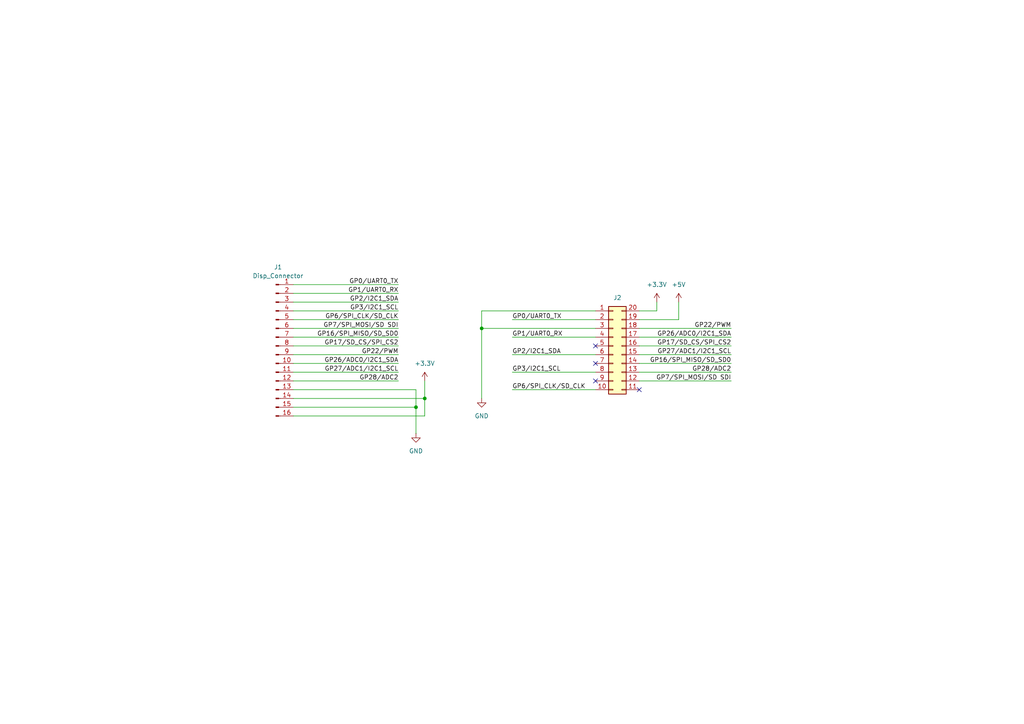
<source format=kicad_sch>
(kicad_sch (version 20250114) (generator "eeschema") (generator_version "9.0")
  (paper "A4")
  (title_block (title "Interconnect-Board") (rev "${REVISION}") (company "SNHU EG-498"))
  (lib_symbols
    (symbol "Connector:Conn_01x16_Pin" (pin_names (offset 1.016) (hide yes))
      (property "Reference" "J" (at 0 20.32 0))
      (property "Value" "Conn_01x16_Pin" (at 0 -22.86 0))
      (symbol "Conn_01x16_Pin_1_1"
        (rectangle (start 0.8636 17.907) (end 0 17.653) (stroke (width 0.1524)) (fill (type outline)))
        (rectangle (start 0.8636 15.367) (end 0 15.113) (stroke (width 0.1524)) (fill (type outline)))
        (rectangle (start 0.8636 12.827) (end 0 12.573) (stroke (width 0.1524)) (fill (type outline)))
        (rectangle (start 0.8636 10.287) (end 0 10.033) (stroke (width 0.1524)) (fill (type outline)))
        (rectangle (start 0.8636 7.747) (end 0 7.493) (stroke (width 0.1524)) (fill (type outline)))
        (rectangle (start 0.8636 5.207) (end 0 4.953) (stroke (width 0.1524)) (fill (type outline)))
        (rectangle (start 0.8636 2.667) (end 0 2.413) (stroke (width 0.1524)) (fill (type outline)))
        (rectangle (start 0.8636 0.127) (end 0 -0.127) (stroke (width 0.1524)) (fill (type outline)))
        (rectangle (start 0.8636 -2.413) (end 0 -2.667) (stroke (width 0.1524)) (fill (type outline)))
        (rectangle (start 0.8636 -4.953) (end 0 -5.207) (stroke (width 0.1524)) (fill (type outline)))
        (rectangle (start 0.8636 -7.493) (end 0 -7.747) (stroke (width 0.1524)) (fill (type outline)))
        (rectangle (start 0.8636 -10.033) (end 0 -10.287) (stroke (width 0.1524)) (fill (type outline)))
        (rectangle (start 0.8636 -12.573) (end 0 -12.827) (stroke (width 0.1524)) (fill (type outline)))
        (rectangle (start 0.8636 -15.113) (end 0 -15.367) (stroke (width 0.1524)) (fill (type outline)))
        (rectangle (start 0.8636 -17.653) (end 0 -17.907) (stroke (width 0.1524)) (fill (type outline)))
        (rectangle (start 0.8636 -20.193) (end 0 -20.447) (stroke (width 0.1524)) (fill (type outline)))
        (polyline (pts (xy 1.27 17.78) (xy 0.8636 17.78)) (stroke (width 0.1524)))
        (polyline (pts (xy 1.27 15.24) (xy 0.8636 15.24)) (stroke (width 0.1524)))
        (polyline (pts (xy 1.27 12.7) (xy 0.8636 12.7)) (stroke (width 0.1524)))
        (polyline (pts (xy 1.27 10.16) (xy 0.8636 10.16)) (stroke (width 0.1524)))
        (polyline (pts (xy 1.27 7.62) (xy 0.8636 7.62)) (stroke (width 0.1524)))
        (polyline (pts (xy 1.27 5.08) (xy 0.8636 5.08)) (stroke (width 0.1524)))
        (polyline (pts (xy 1.27 2.54) (xy 0.8636 2.54)) (stroke (width 0.1524)))
        (polyline (pts (xy 1.27 0) (xy 0.8636 0)) (stroke (width 0.1524)))
        (polyline (pts (xy 1.27 -2.54) (xy 0.8636 -2.54)) (stroke (width 0.1524)))
        (polyline (pts (xy 1.27 -5.08) (xy 0.8636 -5.08)) (stroke (width 0.1524)))
        (polyline (pts (xy 1.27 -7.62) (xy 0.8636 -7.62)) (stroke (width 0.1524)))
        (polyline (pts (xy 1.27 -10.16) (xy 0.8636 -10.16)) (stroke (width 0.1524)))
        (polyline (pts (xy 1.27 -12.7) (xy 0.8636 -12.7)) (stroke (width 0.1524)))
        (polyline (pts (xy 1.27 -15.24) (xy 0.8636 -15.24)) (stroke (width 0.1524)))
        (polyline (pts (xy 1.27 -17.78) (xy 0.8636 -17.78)) (stroke (width 0.1524)))
        (polyline (pts (xy 1.27 -20.32) (xy 0.8636 -20.32)) (stroke (width 0.1524)))
        (pin passive line (at 5.08 17.78 180) (length 3.81) (name "Pin_1") (number "1"))
        (pin passive line (at 5.08 15.24 180) (length 3.81) (name "Pin_2") (number "2"))
        (pin passive line (at 5.08 12.7 180) (length 3.81) (name "Pin_3") (number "3"))
        (pin passive line (at 5.08 10.16 180) (length 3.81) (name "Pin_4") (number "4"))
        (pin passive line (at 5.08 7.62 180) (length 3.81) (name "Pin_5") (number "5"))
        (pin passive line (at 5.08 5.08 180) (length 3.81) (name "Pin_6") (number "6"))
        (pin passive line (at 5.08 2.54 180) (length 3.81) (name "Pin_7") (number "7"))
        (pin passive line (at 5.08 0 180) (length 3.81) (name "Pin_8") (number "8"))
        (pin passive line (at 5.08 -2.54 180) (length 3.81) (name "Pin_9") (number "9"))
        (pin passive line (at 5.08 -5.08 180) (length 3.81) (name "Pin_10") (number "10"))
        (pin passive line (at 5.08 -7.62 180) (length 3.81) (name "Pin_11") (number "11"))
        (pin passive line (at 5.08 -10.16 180) (length 3.81) (name "Pin_12") (number "12"))
        (pin passive line (at 5.08 -12.7 180) (length 3.81) (name "Pin_13") (number "13"))
        (pin passive line (at 5.08 -15.24 180) (length 3.81) (name "Pin_14") (number "14"))
        (pin passive line (at 5.08 -17.78 180) (length 3.81) (name "Pin_15") (number "15"))
        (pin passive line (at 5.08 -20.32 180) (length 3.81) (name "Pin_16") (number "16"))
      )
    )
    (symbol "Connector_Generic:Conn_02x10_Counter_Clockwise" (pin_names (offset 1.016) (hide yes))
      (property "Reference" "J" (at 1.27 12.7 0))
      (property "Value" "Conn_02x10_Counter_Clockwise" (at 1.27 -15.24 0))
      (symbol "Conn_02x10_Counter_Clockwise_1_1"
        (rectangle (start -1.27 11.43) (end 3.81 -13.97) (stroke (width 0.254)) (fill (type background)))
        (rectangle (start -1.27 10.287) (end 0 10.033) (stroke (width 0.1524)))
        (rectangle (start -1.27 7.747) (end 0 7.493) (stroke (width 0.1524)))
        (rectangle (start -1.27 5.207) (end 0 4.953) (stroke (width 0.1524)))
        (rectangle (start -1.27 2.667) (end 0 2.413) (stroke (width 0.1524)))
        (rectangle (start -1.27 0.127) (end 0 -0.127) (stroke (width 0.1524)))
        (rectangle (start -1.27 -2.413) (end 0 -2.667) (stroke (width 0.1524)))
        (rectangle (start -1.27 -4.953) (end 0 -5.207) (stroke (width 0.1524)))
        (rectangle (start -1.27 -7.493) (end 0 -7.747) (stroke (width 0.1524)))
        (rectangle (start -1.27 -10.033) (end 0 -10.287) (stroke (width 0.1524)))
        (rectangle (start -1.27 -12.573) (end 0 -12.827) (stroke (width 0.1524)))
        (rectangle (start 3.81 10.287) (end 2.54 10.033) (stroke (width 0.1524)))
        (rectangle (start 3.81 7.747) (end 2.54 7.493) (stroke (width 0.1524)))
        (rectangle (start 3.81 5.207) (end 2.54 4.953) (stroke (width 0.1524)))
        (rectangle (start 3.81 2.667) (end 2.54 2.413) (stroke (width 0.1524)))
        (rectangle (start 3.81 0.127) (end 2.54 -0.127) (stroke (width 0.1524)))
        (rectangle (start 3.81 -2.413) (end 2.54 -2.667) (stroke (width 0.1524)))
        (rectangle (start 3.81 -4.953) (end 2.54 -5.207) (stroke (width 0.1524)))
        (rectangle (start 3.81 -7.493) (end 2.54 -7.747) (stroke (width 0.1524)))
        (rectangle (start 3.81 -10.033) (end 2.54 -10.287) (stroke (width 0.1524)))
        (rectangle (start 3.81 -12.573) (end 2.54 -12.827) (stroke (width 0.1524)))
        (pin passive line (at -5.08 10.16 0) (length 3.81) (name "Pin_1") (number "1"))
        (pin passive line (at -5.08 7.62 0) (length 3.81) (name "Pin_2") (number "2"))
        (pin passive line (at -5.08 5.08 0) (length 3.81) (name "Pin_3") (number "3"))
        (pin passive line (at -5.08 2.54 0) (length 3.81) (name "Pin_4") (number "4"))
        (pin passive line (at -5.08 0 0) (length 3.81) (name "Pin_5") (number "5"))
        (pin passive line (at -5.08 -2.54 0) (length 3.81) (name "Pin_6") (number "6"))
        (pin passive line (at -5.08 -5.08 0) (length 3.81) (name "Pin_7") (number "7"))
        (pin passive line (at -5.08 -7.62 0) (length 3.81) (name "Pin_8") (number "8"))
        (pin passive line (at -5.08 -10.16 0) (length 3.81) (name "Pin_9") (number "9"))
        (pin passive line (at -5.08 -12.7 0) (length 3.81) (name "Pin_10") (number "10"))
        (pin passive line (at 7.62 10.16 180) (length 3.81) (name "Pin_20") (number "20"))
        (pin passive line (at 7.62 7.62 180) (length 3.81) (name "Pin_19") (number "19"))
        (pin passive line (at 7.62 5.08 180) (length 3.81) (name "Pin_18") (number "18"))
        (pin passive line (at 7.62 2.54 180) (length 3.81) (name "Pin_17") (number "17"))
        (pin passive line (at 7.62 0 180) (length 3.81) (name "Pin_16") (number "16"))
        (pin passive line (at 7.62 -2.54 180) (length 3.81) (name "Pin_15") (number "15"))
        (pin passive line (at 7.62 -5.08 180) (length 3.81) (name "Pin_14") (number "14"))
        (pin passive line (at 7.62 -7.62 180) (length 3.81) (name "Pin_13") (number "13"))
        (pin passive line (at 7.62 -10.16 180) (length 3.81) (name "Pin_12") (number "12"))
        (pin passive line (at 7.62 -12.7 180) (length 3.81) (name "Pin_11") (number "11"))
      )
    )
    (symbol "power:+3.3V" (power) (pin_numbers (hide yes)) (pin_names (offset 0) (hide yes))
      (property "Value" "+3.3V" (at 0 3.556 0))
      (symbol "+3.3V_0_1"
        (polyline (pts (xy -0.762 1.27) (xy 0 2.54)))
        (polyline (pts (xy 0 2.54) (xy 0.762 1.27)))
        (polyline (pts (xy 0 0) (xy 0 2.54)))
      )
      (symbol "+3.3V_1_1"
        (pin power_in line (at 0 0 90) (length 0) (name "~") (number "1"))
      )
    )
    (symbol "power:+5V" (power) (pin_numbers (hide yes)) (pin_names (offset 0) (hide yes))
      (property "Value" "+5V" (at 0 3.556 0))
      (symbol "+5V_0_1"
        (polyline (pts (xy -0.762 1.27) (xy 0 2.54)))
        (polyline (pts (xy 0 2.54) (xy 0.762 1.27)))
        (polyline (pts (xy 0 0) (xy 0 2.54)))
      )
      (symbol "+5V_1_1"
        (pin power_in line (at 0 0 90) (length 0) (name "~") (number "1"))
      )
    )
    (symbol "power:GND" (power) (pin_numbers (hide yes)) (pin_names (offset 0) (hide yes))
      (property "Value" "GND" (at 0 -3.81 0))
      (symbol "GND_0_1"
        (polyline (pts (xy 0 0) (xy 0 -1.27) (xy 1.27 -1.27) (xy 0 -2.54) (xy -1.27 -1.27) (xy 0 -1.27)))
      )
      (symbol "GND_1_1"
        (pin power_in line (at 0 0 270) (length 0) (name "~") (number "1"))
      )
    )
  )
  (junction (at 139.7 95.25))
  (junction (at 123.19 115.57))
  (junction (at 120.65 118.11))
  (no_connect (at 172.72 110.49))
  (no_connect (at 172.72 100.33))
  (no_connect (at 185.42 113.03))
  (no_connect (at 172.72 105.41))
  (wire (pts (xy 190.5 87.63) (xy 190.5 90.17)))
  (wire (pts (xy 139.7 90.17) (xy 139.7 95.25)))
  (wire (pts (xy 85.09 92.71) (xy 115.57 92.71)))
  (wire (pts (xy 85.09 110.49) (xy 115.57 110.49)))
  (wire (pts (xy 185.42 90.17) (xy 190.5 90.17)))
  (wire (pts (xy 185.42 107.95) (xy 212.09 107.95)))
  (wire (pts (xy 185.42 110.49) (xy 212.09 110.49)))
  (wire (pts (xy 139.7 90.17) (xy 172.72 90.17)))
  (wire (pts (xy 148.59 92.71) (xy 172.72 92.71)))
  (wire (pts (xy 196.85 87.63) (xy 196.85 92.71)))
  (wire (pts (xy 85.09 87.63) (xy 115.57 87.63)))
  (wire (pts (xy 196.85 92.71) (xy 185.42 92.71)))
  (wire (pts (xy 139.7 115.57) (xy 139.7 95.25)))
  (wire (pts (xy 185.42 95.25) (xy 212.09 95.25)))
  (wire (pts (xy 185.42 105.41) (xy 212.09 105.41)))
  (wire (pts (xy 85.09 102.87) (xy 115.57 102.87)))
  (wire (pts (xy 148.59 97.79) (xy 172.72 97.79)))
  (wire (pts (xy 120.65 113.03) (xy 120.65 118.11)))
  (wire (pts (xy 85.09 120.65) (xy 123.19 120.65)))
  (wire (pts (xy 123.19 120.65) (xy 123.19 115.57)))
  (wire (pts (xy 85.09 107.95) (xy 115.57 107.95)))
  (wire (pts (xy 185.42 100.33) (xy 212.09 100.33)))
  (wire (pts (xy 85.09 113.03) (xy 120.65 113.03)))
  (wire (pts (xy 148.59 107.95) (xy 172.72 107.95)))
  (wire (pts (xy 85.09 100.33) (xy 115.57 100.33)))
  (wire (pts (xy 148.59 113.03) (xy 172.72 113.03)))
  (wire (pts (xy 123.19 110.49) (xy 123.19 115.57)))
  (wire (pts (xy 85.09 82.55) (xy 115.57 82.55)))
  (wire (pts (xy 185.42 97.79) (xy 212.09 97.79)))
  (wire (pts (xy 85.09 105.41) (xy 115.57 105.41)))
  (wire (pts (xy 123.19 115.57) (xy 85.09 115.57)))
  (wire (pts (xy 139.7 95.25) (xy 172.72 95.25)))
  (wire (pts (xy 120.65 118.11) (xy 120.65 125.73)))
  (wire (pts (xy 85.09 118.11) (xy 120.65 118.11)))
  (wire (pts (xy 85.09 95.25) (xy 115.57 95.25)))
  (wire (pts (xy 85.09 85.09) (xy 115.57 85.09)))
  (wire (pts (xy 85.09 97.79) (xy 115.57 97.79)))
  (wire (pts (xy 85.09 90.17) (xy 115.57 90.17)))
  (wire (pts (xy 185.42 102.87) (xy 212.09 102.87)))
  (wire (pts (xy 148.59 102.87) (xy 172.72 102.87)))
  (label "GP0{slash}UART0_TX" (at 148.59 92.71 0))
  (label "GP2{slash}I2C1_SDA" (at 148.59 102.87 0))
  (label "GP1{slash}UART0_RX" (at 148.59 97.79 0))
  (label "GP6{slash}SPI_CLK{slash}SD_CLK" (at 115.57 92.71 180))
  (label "GP3{slash}I2C1_SCL" (at 148.59 107.95 0))
  (label "GP22{slash}PWM" (at 212.09 95.25 180))
  (label "GP6{slash}SPI_CLK{slash}SD_CLK" (at 148.59 113.03 0))
  (label "GP17{slash}SD_CS{slash}SPI_CS2" (at 212.09 100.33 180))
  (label "GP3{slash}I2C1_SCL" (at 115.57 90.17 180))
  (label "GP16{slash}SPI_MISO{slash}SD_SD0" (at 115.57 97.79 180))
  (label "GP16{slash}SPI_MISO{slash}SD_SD0" (at 212.09 105.41 180))
  (label "GP2{slash}I2C1_SDA" (at 115.57 87.63 180))
  (label "GP27{slash}ADC1{slash}I2C1_SCL" (at 212.09 102.87 180))
  (label "GP28{slash}ADC2" (at 115.57 110.49 180))
  (label "GP7{slash}SPI_MOSI{slash}SD SDI" (at 115.57 95.25 180))
  (label "GP0{slash}UART0_TX" (at 115.57 82.55 180))
  (label "GP26{slash}ADC0{slash}I2C1_SDA" (at 212.09 97.79 180))
  (label "GP22{slash}PWM" (at 115.57 102.87 180))
  (label "GP28{slash}ADC2" (at 212.09 107.95 180))
  (label "GP7{slash}SPI_MOSI{slash}SD SDI" (at 212.09 110.49 180))
  (label "GP1{slash}UART0_RX" (at 115.57 85.09 180))
  (label "GP27{slash}ADC1{slash}I2C1_SCL" (at 115.57 107.95 180))
  (label "GP17{slash}SD_CS{slash}SPI_CS2" (at 115.57 100.33 180))
  (label "GP26{slash}ADC0{slash}I2C1_SDA" (at 115.57 105.41 180))
  (symbol (lib_id "Connector:Conn_01x16_Pin") (at 80.01 100.33 0) (unit 1)
    (property "Reference" "J1" (at 80.645 77.47 0))
    (property "Value" "Disp_Connector" (at 80.645 80.01 0))
    (property "Footprint" "Connector_PinHeader_2.54mm:PinHeader_1x16_P2.54mm_Vertical" (effects (hide yes)))
    (property "Description" "Generic connector, single row, 01x16, script generated" (effects (hide yes)))
  )
  (symbol (lib_id "power:+3.3V") (at 190.5 87.63 0) (unit 1)
    (property "Reference" "#PWR04" (effects (hide yes)))
    (property "Value" "+3.3V" (at 190.5 82.55 0))
    (property "Description" "Power symbol creates a global label with name \"+3.3V\"" (effects (hide yes)))
  )
  (symbol (lib_id "power:GND") (at 120.65 125.73 0) (unit 1)
    (property "Reference" "#PWR02" (effects (hide yes)))
    (property "Value" "GND" (at 120.65 130.81 0))
    (property "Description" "Power symbol creates a global label with name \"GND\" , ground" (effects (hide yes)))
  )
  (symbol (lib_id "Connector_Generic:Conn_02x10_Counter_Clockwise") (at 177.8 100.33 0) (unit 1)
    (property "Reference" "J2" (at 179.07 86.36 0))
    (property "Value" "HMI_Daughter_Connector" (effects (hide yes)))
    (property "Footprint" "Connector_IDC:IDC-Header_2x10_P2.54mm_Vertical" (effects (hide yes)))
    (property "Description" "Generic connector, double row, 02x10, counter clockwise pin numbering scheme (similar to DIP package numbering), script generated (kicad-library-utils/schlib/autogen/connector/)" (effects (hide yes)))
  )
  (symbol (lib_id "power:GND") (at 139.7 115.57 0) (unit 1)
    (property "Reference" "#PWR06" (effects (hide yes)))
    (property "Value" "GND" (at 139.7 120.65 0))
    (property "Description" "Power symbol creates a global label with name \"GND\" , ground" (effects (hide yes)))
  )
  (symbol (lib_id "power:+5V") (at 196.85 87.63 0) (unit 1)
    (property "Reference" "#PWR03" (effects (hide yes)))
    (property "Value" "+5V" (at 196.85 82.55 0))
    (property "Description" "Power symbol creates a global label with name \"+5V\"" (effects (hide yes)))
  )
  (symbol (lib_id "power:+3.3V") (at 123.19 110.49 0) (unit 1)
    (property "Reference" "#PWR01" (effects (hide yes)))
    (property "Value" "+3.3V" (at 123.19 105.41 0))
    (property "Description" "Power symbol creates a global label with name \"+3.3V\"" (effects (hide yes)))
  )
)
</source>
